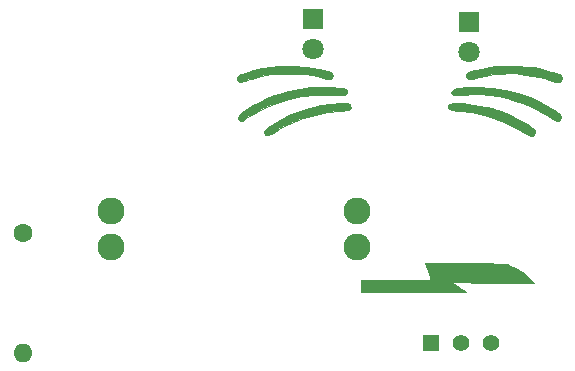
<source format=gbr>
G04 #@! TF.FileFunction,Copper,L1,Top,Signal*
%FSLAX46Y46*%
G04 Gerber Fmt 4.6, Leading zero omitted, Abs format (unit mm)*
G04 Created by KiCad (PCBNEW 4.0.7) date 09/18/18 19:10:44*
%MOMM*%
%LPD*%
G01*
G04 APERTURE LIST*
%ADD10C,0.100000*%
%ADD11C,0.010000*%
%ADD12C,2.286000*%
%ADD13R,1.800000X1.800000*%
%ADD14C,1.800000*%
%ADD15C,1.600000*%
%ADD16O,1.600000X1.600000*%
%ADD17R,1.397000X1.397000*%
%ADD18C,1.397000*%
G04 APERTURE END LIST*
D10*
D11*
G36*
X147432750Y-108956513D02*
X147892025Y-109003593D01*
X148388395Y-109073004D01*
X148904800Y-109162434D01*
X149424182Y-109269567D01*
X149929479Y-109392091D01*
X150403634Y-109527690D01*
X150732156Y-109637883D01*
X151119837Y-109790752D01*
X151532910Y-109975461D01*
X151953051Y-110181587D01*
X152361938Y-110398709D01*
X152741246Y-110616404D01*
X153072654Y-110824252D01*
X153337838Y-111011829D01*
X153518474Y-111168714D01*
X153588688Y-111262630D01*
X153620002Y-111406719D01*
X153559269Y-111555912D01*
X153549793Y-111570648D01*
X153427415Y-111691038D01*
X153267163Y-111721372D01*
X153055530Y-111659623D01*
X152779010Y-111503764D01*
X152685000Y-111440841D01*
X152127996Y-111096410D01*
X151478097Y-110758944D01*
X150769213Y-110442485D01*
X150035251Y-110161070D01*
X149310119Y-109928740D01*
X148627726Y-109759534D01*
X148621000Y-109758161D01*
X148299985Y-109703550D01*
X147908340Y-109652872D01*
X147502405Y-109612774D01*
X147229745Y-109594021D01*
X146883259Y-109572730D01*
X146640945Y-109548754D01*
X146479983Y-109518104D01*
X146377553Y-109476792D01*
X146324870Y-109435870D01*
X146220223Y-109275736D01*
X146240895Y-109123727D01*
X146307785Y-109037785D01*
X146448087Y-108972400D01*
X146693722Y-108938603D01*
X147027629Y-108934078D01*
X147432750Y-108956513D01*
X147432750Y-108956513D01*
G37*
X147432750Y-108956513D02*
X147892025Y-109003593D01*
X148388395Y-109073004D01*
X148904800Y-109162434D01*
X149424182Y-109269567D01*
X149929479Y-109392091D01*
X150403634Y-109527690D01*
X150732156Y-109637883D01*
X151119837Y-109790752D01*
X151532910Y-109975461D01*
X151953051Y-110181587D01*
X152361938Y-110398709D01*
X152741246Y-110616404D01*
X153072654Y-110824252D01*
X153337838Y-111011829D01*
X153518474Y-111168714D01*
X153588688Y-111262630D01*
X153620002Y-111406719D01*
X153559269Y-111555912D01*
X153549793Y-111570648D01*
X153427415Y-111691038D01*
X153267163Y-111721372D01*
X153055530Y-111659623D01*
X152779010Y-111503764D01*
X152685000Y-111440841D01*
X152127996Y-111096410D01*
X151478097Y-110758944D01*
X150769213Y-110442485D01*
X150035251Y-110161070D01*
X149310119Y-109928740D01*
X148627726Y-109759534D01*
X148621000Y-109758161D01*
X148299985Y-109703550D01*
X147908340Y-109652872D01*
X147502405Y-109612774D01*
X147229745Y-109594021D01*
X146883259Y-109572730D01*
X146640945Y-109548754D01*
X146479983Y-109518104D01*
X146377553Y-109476792D01*
X146324870Y-109435870D01*
X146220223Y-109275736D01*
X146240895Y-109123727D01*
X146307785Y-109037785D01*
X146448087Y-108972400D01*
X146693722Y-108938603D01*
X147027629Y-108934078D01*
X147432750Y-108956513D01*
G36*
X137443683Y-108949901D02*
X137687425Y-108962913D01*
X137834600Y-108983983D01*
X137915608Y-109024043D01*
X137960851Y-109094024D01*
X137979140Y-109142452D01*
X138005183Y-109299755D01*
X137939301Y-109425881D01*
X137931290Y-109434905D01*
X137865327Y-109487654D01*
X137763190Y-109525685D01*
X137601603Y-109553093D01*
X137357294Y-109573976D01*
X137046583Y-109590617D01*
X136015373Y-109693682D01*
X134969081Y-109903025D01*
X133935082Y-110209855D01*
X132940753Y-110605379D01*
X132013470Y-111080803D01*
X131585161Y-111344659D01*
X131274689Y-111533007D01*
X131041055Y-111636918D01*
X130869774Y-111660211D01*
X130746359Y-111606703D01*
X130714684Y-111574074D01*
X130654829Y-111439028D01*
X130696057Y-111289749D01*
X130844048Y-111117820D01*
X131104486Y-110914823D01*
X131206072Y-110846161D01*
X131976716Y-110387766D01*
X132812816Y-109979790D01*
X133691006Y-109629337D01*
X134587919Y-109343509D01*
X135480189Y-109129410D01*
X136344449Y-108994144D01*
X137157333Y-108944814D01*
X137443683Y-108949901D01*
X137443683Y-108949901D01*
G37*
X137443683Y-108949901D02*
X137687425Y-108962913D01*
X137834600Y-108983983D01*
X137915608Y-109024043D01*
X137960851Y-109094024D01*
X137979140Y-109142452D01*
X138005183Y-109299755D01*
X137939301Y-109425881D01*
X137931290Y-109434905D01*
X137865327Y-109487654D01*
X137763190Y-109525685D01*
X137601603Y-109553093D01*
X137357294Y-109573976D01*
X137046583Y-109590617D01*
X136015373Y-109693682D01*
X134969081Y-109903025D01*
X133935082Y-110209855D01*
X132940753Y-110605379D01*
X132013470Y-111080803D01*
X131585161Y-111344659D01*
X131274689Y-111533007D01*
X131041055Y-111636918D01*
X130869774Y-111660211D01*
X130746359Y-111606703D01*
X130714684Y-111574074D01*
X130654829Y-111439028D01*
X130696057Y-111289749D01*
X130844048Y-111117820D01*
X131104486Y-110914823D01*
X131206072Y-110846161D01*
X131976716Y-110387766D01*
X132812816Y-109979790D01*
X133691006Y-109629337D01*
X134587919Y-109343509D01*
X135480189Y-109129410D01*
X136344449Y-108994144D01*
X137157333Y-108944814D01*
X137443683Y-108949901D01*
G36*
X136449205Y-107591947D02*
X136500764Y-107596267D01*
X136904065Y-107632706D01*
X137198873Y-107664564D01*
X137403349Y-107696649D01*
X137535652Y-107733767D01*
X137613943Y-107780725D01*
X137656380Y-107842328D01*
X137677295Y-107907666D01*
X137692927Y-108085897D01*
X137623757Y-108197358D01*
X137457387Y-108251480D01*
X137215363Y-108258993D01*
X136406435Y-108237394D01*
X135710618Y-108229913D01*
X135114770Y-108236914D01*
X134605748Y-108258758D01*
X134170411Y-108295810D01*
X133795616Y-108348432D01*
X133762000Y-108354377D01*
X132742595Y-108584705D01*
X131746089Y-108900338D01*
X130798450Y-109291026D01*
X129925646Y-109746519D01*
X129412802Y-110071084D01*
X129174548Y-110230170D01*
X128971762Y-110358073D01*
X128828870Y-110439844D01*
X128774064Y-110462000D01*
X128671804Y-110427484D01*
X128593439Y-110379493D01*
X128494692Y-110242986D01*
X128508864Y-110071349D01*
X128631339Y-109877571D01*
X128838906Y-109688487D01*
X129246570Y-109411766D01*
X129749417Y-109119814D01*
X130319058Y-108826706D01*
X130927101Y-108546513D01*
X131545156Y-108293308D01*
X131952250Y-108145240D01*
X132786043Y-107904654D01*
X133693446Y-107724106D01*
X134633647Y-107608522D01*
X135565837Y-107562827D01*
X136449205Y-107591947D01*
X136449205Y-107591947D01*
G37*
X136449205Y-107591947D02*
X136500764Y-107596267D01*
X136904065Y-107632706D01*
X137198873Y-107664564D01*
X137403349Y-107696649D01*
X137535652Y-107733767D01*
X137613943Y-107780725D01*
X137656380Y-107842328D01*
X137677295Y-107907666D01*
X137692927Y-108085897D01*
X137623757Y-108197358D01*
X137457387Y-108251480D01*
X137215363Y-108258993D01*
X136406435Y-108237394D01*
X135710618Y-108229913D01*
X135114770Y-108236914D01*
X134605748Y-108258758D01*
X134170411Y-108295810D01*
X133795616Y-108348432D01*
X133762000Y-108354377D01*
X132742595Y-108584705D01*
X131746089Y-108900338D01*
X130798450Y-109291026D01*
X129925646Y-109746519D01*
X129412802Y-110071084D01*
X129174548Y-110230170D01*
X128971762Y-110358073D01*
X128828870Y-110439844D01*
X128774064Y-110462000D01*
X128671804Y-110427484D01*
X128593439Y-110379493D01*
X128494692Y-110242986D01*
X128508864Y-110071349D01*
X128631339Y-109877571D01*
X128838906Y-109688487D01*
X129246570Y-109411766D01*
X129749417Y-109119814D01*
X130319058Y-108826706D01*
X130927101Y-108546513D01*
X131545156Y-108293308D01*
X131952250Y-108145240D01*
X132786043Y-107904654D01*
X133693446Y-107724106D01*
X134633647Y-107608522D01*
X135565837Y-107562827D01*
X136449205Y-107591947D01*
G36*
X149928491Y-107630572D02*
X151054067Y-107805005D01*
X152154297Y-108078852D01*
X153206507Y-108447524D01*
X154188026Y-108906431D01*
X154209000Y-108917693D01*
X154492366Y-109076509D01*
X154792681Y-109255184D01*
X155087198Y-109438975D01*
X155353170Y-109613138D01*
X155567853Y-109762931D01*
X155708499Y-109873612D01*
X155747902Y-109915134D01*
X155794151Y-110084002D01*
X155758159Y-110269356D01*
X155696714Y-110362214D01*
X155580001Y-110439663D01*
X155437183Y-110448484D01*
X155248972Y-110383664D01*
X154996079Y-110240186D01*
X154844000Y-110140522D01*
X154132551Y-109707085D01*
X153337779Y-109303465D01*
X152502916Y-108948862D01*
X151671195Y-108662472D01*
X151256250Y-108547373D01*
X150451653Y-108367286D01*
X149707980Y-108252933D01*
X148979950Y-108200412D01*
X148222281Y-108205816D01*
X147683427Y-108239264D01*
X147273195Y-108269452D01*
X146972466Y-108282365D01*
X146764516Y-108274705D01*
X146632619Y-108243174D01*
X146560050Y-108184475D01*
X146530085Y-108095309D01*
X146525500Y-108010938D01*
X146547219Y-107895713D01*
X146622456Y-107805811D01*
X146766330Y-107735883D01*
X146993959Y-107680581D01*
X147320461Y-107634558D01*
X147691985Y-107598310D01*
X148800240Y-107560144D01*
X149928491Y-107630572D01*
X149928491Y-107630572D01*
G37*
X149928491Y-107630572D02*
X151054067Y-107805005D01*
X152154297Y-108078852D01*
X153206507Y-108447524D01*
X154188026Y-108906431D01*
X154209000Y-108917693D01*
X154492366Y-109076509D01*
X154792681Y-109255184D01*
X155087198Y-109438975D01*
X155353170Y-109613138D01*
X155567853Y-109762931D01*
X155708499Y-109873612D01*
X155747902Y-109915134D01*
X155794151Y-110084002D01*
X155758159Y-110269356D01*
X155696714Y-110362214D01*
X155580001Y-110439663D01*
X155437183Y-110448484D01*
X155248972Y-110383664D01*
X154996079Y-110240186D01*
X154844000Y-110140522D01*
X154132551Y-109707085D01*
X153337779Y-109303465D01*
X152502916Y-108948862D01*
X151671195Y-108662472D01*
X151256250Y-108547373D01*
X150451653Y-108367286D01*
X149707980Y-108252933D01*
X148979950Y-108200412D01*
X148222281Y-108205816D01*
X147683427Y-108239264D01*
X147273195Y-108269452D01*
X146972466Y-108282365D01*
X146764516Y-108274705D01*
X146632619Y-108243174D01*
X146560050Y-108184475D01*
X146530085Y-108095309D01*
X146525500Y-108010938D01*
X146547219Y-107895713D01*
X146622456Y-107805811D01*
X146766330Y-107735883D01*
X146993959Y-107680581D01*
X147320461Y-107634558D01*
X147691985Y-107598310D01*
X148800240Y-107560144D01*
X149928491Y-107630572D01*
G36*
X134231879Y-105867861D02*
X135300926Y-106043553D01*
X136091531Y-106240217D01*
X136334290Y-106338566D01*
X136460754Y-106465586D01*
X136480587Y-106633709D01*
X136460796Y-106715352D01*
X136379818Y-106829426D01*
X136222675Y-106877585D01*
X135977731Y-106860872D01*
X135657833Y-106787163D01*
X135157247Y-106658994D01*
X134690626Y-106564539D01*
X134223266Y-106499656D01*
X133720464Y-106460203D01*
X133147515Y-106442038D01*
X132746000Y-106439646D01*
X132000834Y-106453990D01*
X131347486Y-106498258D01*
X130753281Y-106577252D01*
X130185546Y-106695775D01*
X129611607Y-106858628D01*
X129382625Y-106933972D01*
X129110052Y-107025221D01*
X128882078Y-107098826D01*
X128725313Y-107146367D01*
X128668250Y-107160000D01*
X128591354Y-107119462D01*
X128491500Y-107033000D01*
X128378446Y-106872705D01*
X128384297Y-106728770D01*
X128512007Y-106592052D01*
X128663227Y-106501978D01*
X128821699Y-106438824D01*
X129077055Y-106357418D01*
X129401734Y-106264854D01*
X129768175Y-106168225D01*
X130148816Y-106074626D01*
X130516097Y-105991151D01*
X130842455Y-105924894D01*
X131029573Y-105892894D01*
X132061693Y-105790163D01*
X133140632Y-105782608D01*
X134231879Y-105867861D01*
X134231879Y-105867861D01*
G37*
X134231879Y-105867861D02*
X135300926Y-106043553D01*
X136091531Y-106240217D01*
X136334290Y-106338566D01*
X136460754Y-106465586D01*
X136480587Y-106633709D01*
X136460796Y-106715352D01*
X136379818Y-106829426D01*
X136222675Y-106877585D01*
X135977731Y-106860872D01*
X135657833Y-106787163D01*
X135157247Y-106658994D01*
X134690626Y-106564539D01*
X134223266Y-106499656D01*
X133720464Y-106460203D01*
X133147515Y-106442038D01*
X132746000Y-106439646D01*
X132000834Y-106453990D01*
X131347486Y-106498258D01*
X130753281Y-106577252D01*
X130185546Y-106695775D01*
X129611607Y-106858628D01*
X129382625Y-106933972D01*
X129110052Y-107025221D01*
X128882078Y-107098826D01*
X128725313Y-107146367D01*
X128668250Y-107160000D01*
X128591354Y-107119462D01*
X128491500Y-107033000D01*
X128378446Y-106872705D01*
X128384297Y-106728770D01*
X128512007Y-106592052D01*
X128663227Y-106501978D01*
X128821699Y-106438824D01*
X129077055Y-106357418D01*
X129401734Y-106264854D01*
X129768175Y-106168225D01*
X130148816Y-106074626D01*
X130516097Y-105991151D01*
X130842455Y-105924894D01*
X131029573Y-105892894D01*
X132061693Y-105790163D01*
X133140632Y-105782608D01*
X134231879Y-105867861D01*
G36*
X151605500Y-105800578D02*
X152291001Y-105811487D01*
X152883161Y-105842709D01*
X153414682Y-105898989D01*
X153918266Y-105985072D01*
X154426613Y-106105704D01*
X154972426Y-106265628D01*
X155107512Y-106308730D01*
X155423920Y-106415617D01*
X155637462Y-106504071D01*
X155767889Y-106588738D01*
X155834953Y-106684266D01*
X155858404Y-106805300D01*
X155860000Y-106866743D01*
X155836574Y-107019070D01*
X155757735Y-107111291D01*
X155610641Y-107144577D01*
X155382450Y-107120101D01*
X155060319Y-107039032D01*
X154812250Y-106962306D01*
X154426338Y-106849702D01*
X153971639Y-106740444D01*
X153431698Y-106631069D01*
X152790063Y-106518113D01*
X152411377Y-106456908D01*
X151932673Y-106410951D01*
X151364422Y-106404999D01*
X150736735Y-106436493D01*
X150079720Y-106502875D01*
X149423487Y-106601586D01*
X148798146Y-106730070D01*
X148593407Y-106781267D01*
X148257706Y-106857002D01*
X148020946Y-106877280D01*
X147866883Y-106840139D01*
X147779276Y-106743617D01*
X147757190Y-106680224D01*
X147748020Y-106540331D01*
X147807610Y-106425061D01*
X147949735Y-106325354D01*
X148188169Y-106232148D01*
X148536686Y-106136382D01*
X148611287Y-106118384D01*
X149072884Y-106012380D01*
X149468546Y-105932206D01*
X149830118Y-105874482D01*
X150189447Y-105835828D01*
X150578381Y-105812863D01*
X151028767Y-105802208D01*
X151572450Y-105800481D01*
X151605500Y-105800578D01*
X151605500Y-105800578D01*
G37*
X151605500Y-105800578D02*
X152291001Y-105811487D01*
X152883161Y-105842709D01*
X153414682Y-105898989D01*
X153918266Y-105985072D01*
X154426613Y-106105704D01*
X154972426Y-106265628D01*
X155107512Y-106308730D01*
X155423920Y-106415617D01*
X155637462Y-106504071D01*
X155767889Y-106588738D01*
X155834953Y-106684266D01*
X155858404Y-106805300D01*
X155860000Y-106866743D01*
X155836574Y-107019070D01*
X155757735Y-107111291D01*
X155610641Y-107144577D01*
X155382450Y-107120101D01*
X155060319Y-107039032D01*
X154812250Y-106962306D01*
X154426338Y-106849702D01*
X153971639Y-106740444D01*
X153431698Y-106631069D01*
X152790063Y-106518113D01*
X152411377Y-106456908D01*
X151932673Y-106410951D01*
X151364422Y-106404999D01*
X150736735Y-106436493D01*
X150079720Y-106502875D01*
X149423487Y-106601586D01*
X148798146Y-106730070D01*
X148593407Y-106781267D01*
X148257706Y-106857002D01*
X148020946Y-106877280D01*
X147866883Y-106840139D01*
X147779276Y-106743617D01*
X147757190Y-106680224D01*
X147748020Y-106540331D01*
X147807610Y-106425061D01*
X147949735Y-106325354D01*
X148188169Y-106232148D01*
X148536686Y-106136382D01*
X148611287Y-106118384D01*
X149072884Y-106012380D01*
X149468546Y-105932206D01*
X149830118Y-105874482D01*
X150189447Y-105835828D01*
X150578381Y-105812863D01*
X151028767Y-105802208D01*
X151572450Y-105800481D01*
X151605500Y-105800578D01*
G36*
X147570789Y-122480169D02*
X148213967Y-122485979D01*
X148823111Y-122493077D01*
X149385570Y-122501205D01*
X149888688Y-122510105D01*
X150319814Y-122519520D01*
X150666293Y-122529193D01*
X150915472Y-122538867D01*
X151054697Y-122548284D01*
X151074999Y-122551445D01*
X151215239Y-122596349D01*
X151434202Y-122678167D01*
X151694389Y-122782612D01*
X151819684Y-122835210D01*
X152250018Y-123056169D01*
X152669481Y-123339274D01*
X153040964Y-123656161D01*
X153327353Y-123978469D01*
X153341834Y-123998502D01*
X153484239Y-124198492D01*
X149932494Y-124154752D01*
X146380750Y-124111013D01*
X146888750Y-124368986D01*
X147144540Y-124505622D01*
X147379096Y-124642665D01*
X147552094Y-124756206D01*
X147587250Y-124783164D01*
X147777750Y-124939369D01*
X143316875Y-124939684D01*
X138856000Y-124940000D01*
X138856000Y-123924000D01*
X141808750Y-123924000D01*
X142407478Y-123923561D01*
X142965518Y-123922305D01*
X143470401Y-123920319D01*
X143909660Y-123917695D01*
X144270830Y-123914519D01*
X144541441Y-123910882D01*
X144709028Y-123906872D01*
X144761500Y-123902916D01*
X144741430Y-123838472D01*
X144686782Y-123678575D01*
X144605897Y-123447299D01*
X144507117Y-123168719D01*
X144506914Y-123168150D01*
X144252329Y-122454466D01*
X147570789Y-122480169D01*
X147570789Y-122480169D01*
G37*
X147570789Y-122480169D02*
X148213967Y-122485979D01*
X148823111Y-122493077D01*
X149385570Y-122501205D01*
X149888688Y-122510105D01*
X150319814Y-122519520D01*
X150666293Y-122529193D01*
X150915472Y-122538867D01*
X151054697Y-122548284D01*
X151074999Y-122551445D01*
X151215239Y-122596349D01*
X151434202Y-122678167D01*
X151694389Y-122782612D01*
X151819684Y-122835210D01*
X152250018Y-123056169D01*
X152669481Y-123339274D01*
X153040964Y-123656161D01*
X153327353Y-123978469D01*
X153341834Y-123998502D01*
X153484239Y-124198492D01*
X149932494Y-124154752D01*
X146380750Y-124111013D01*
X146888750Y-124368986D01*
X147144540Y-124505622D01*
X147379096Y-124642665D01*
X147552094Y-124756206D01*
X147587250Y-124783164D01*
X147777750Y-124939369D01*
X143316875Y-124939684D01*
X138856000Y-124940000D01*
X138856000Y-123924000D01*
X141808750Y-123924000D01*
X142407478Y-123923561D01*
X142965518Y-123922305D01*
X143470401Y-123920319D01*
X143909660Y-123917695D01*
X144270830Y-123914519D01*
X144541441Y-123910882D01*
X144709028Y-123906872D01*
X144761500Y-123902916D01*
X144741430Y-123838472D01*
X144686782Y-123678575D01*
X144605897Y-123447299D01*
X144507117Y-123168719D01*
X144506914Y-123168150D01*
X144252329Y-122454466D01*
X147570789Y-122480169D01*
D12*
X138500000Y-121080000D03*
X117672000Y-121080000D03*
X138500000Y-118032000D03*
X117672000Y-118032000D03*
D13*
X134820000Y-101800000D03*
D14*
X134820000Y-104340000D03*
D13*
X147990000Y-102040000D03*
D14*
X147990000Y-104580000D03*
D15*
X110270000Y-119910000D03*
D16*
X110270000Y-130070000D03*
D17*
X144820000Y-129250000D03*
D18*
X147360000Y-129250000D03*
X149900000Y-129250000D03*
M02*

</source>
